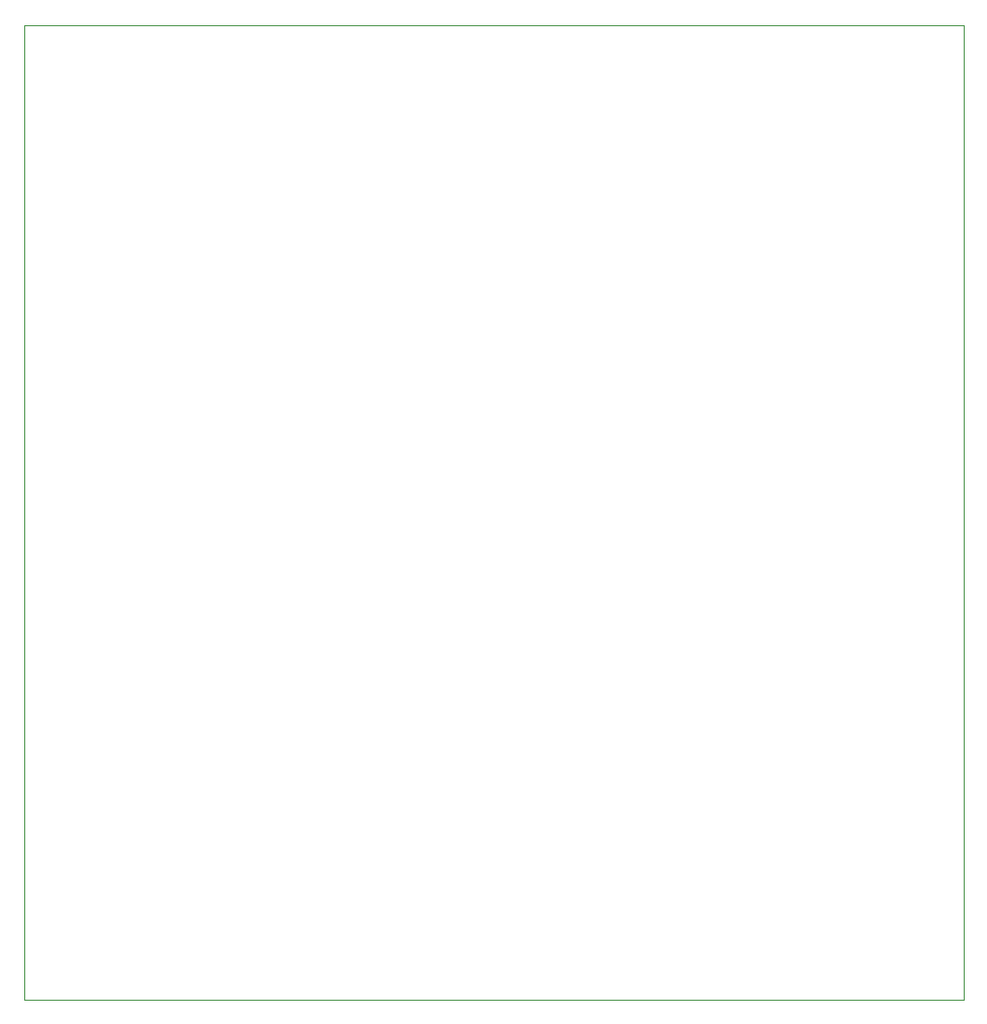
<source format=gbr>
%TF.GenerationSoftware,KiCad,Pcbnew,8.0.6*%
%TF.CreationDate,2024-11-18T08:59:04+03:30*%
%TF.ProjectId,DotMatrix,446f744d-6174-4726-9978-2e6b69636164,rev?*%
%TF.SameCoordinates,Original*%
%TF.FileFunction,Profile,NP*%
%FSLAX46Y46*%
G04 Gerber Fmt 4.6, Leading zero omitted, Abs format (unit mm)*
G04 Created by KiCad (PCBNEW 8.0.6) date 2024-11-18 08:59:04*
%MOMM*%
%LPD*%
G01*
G04 APERTURE LIST*
%TA.AperFunction,Profile*%
%ADD10C,0.050000*%
%TD*%
G04 APERTURE END LIST*
D10*
X92000000Y-57000000D02*
X174000000Y-57000000D01*
X174000000Y-142000000D01*
X92000000Y-142000000D01*
X92000000Y-57000000D01*
M02*

</source>
